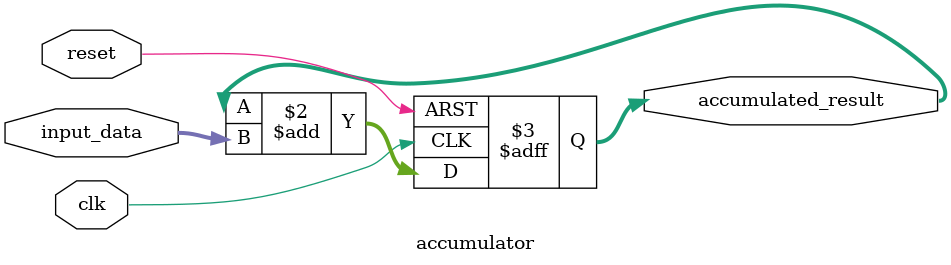
<source format=v>
module accumulator (
     clk,
    reset,
    input_data,
     accumulated_result
);
    input wire clk;
    input wire reset;
    input wire [31:0] input_data;
    output reg [31:0] accumulated_result;
    always @(posedge clk or posedge reset) begin
        if (reset)
            accumulated_result <= 32'b0;  
        else
            accumulated_result <= accumulated_result + input_data;  
    end
endmodule

</source>
